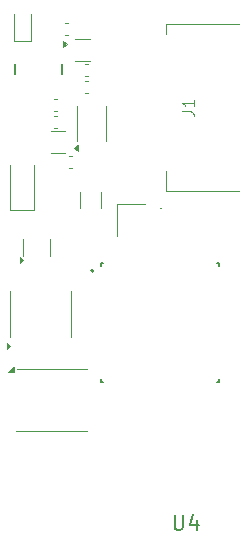
<source format=gto>
G04 #@! TF.GenerationSoftware,KiCad,Pcbnew,9.0.0+1*
G04 #@! TF.CreationDate,2025-04-14T19:52:18+02:00*
G04 #@! TF.ProjectId,P4_M.2_B+M-key,50345f4d-2e32-45f4-922b-4d2d6b65792e,rev?*
G04 #@! TF.SameCoordinates,Original*
G04 #@! TF.FileFunction,Legend,Top*
G04 #@! TF.FilePolarity,Positive*
%FSLAX46Y46*%
G04 Gerber Fmt 4.6, Leading zero omitted, Abs format (unit mm)*
G04 Created by KiCad (PCBNEW 9.0.0+1) date 2025-04-14 19:52:18*
%MOMM*%
%LPD*%
G01*
G04 APERTURE LIST*
%ADD10C,0.100000*%
%ADD11C,0.150000*%
%ADD12C,0.120000*%
%ADD13C,0.127000*%
%ADD14C,0.200000*%
G04 APERTURE END LIST*
D10*
X152257419Y-93433333D02*
X152971704Y-93433333D01*
X152971704Y-93433333D02*
X153114561Y-93480952D01*
X153114561Y-93480952D02*
X153209800Y-93576190D01*
X153209800Y-93576190D02*
X153257419Y-93719047D01*
X153257419Y-93719047D02*
X153257419Y-93814285D01*
X153257419Y-92433333D02*
X153257419Y-93004761D01*
X153257419Y-92719047D02*
X152257419Y-92719047D01*
X152257419Y-92719047D02*
X152400276Y-92814285D01*
X152400276Y-92814285D02*
X152495514Y-92909523D01*
X152495514Y-92909523D02*
X152543133Y-93004761D01*
D11*
X151633480Y-127613326D02*
X151633480Y-128641421D01*
X151633480Y-128641421D02*
X151693957Y-128762373D01*
X151693957Y-128762373D02*
X151754433Y-128822850D01*
X151754433Y-128822850D02*
X151875385Y-128883326D01*
X151875385Y-128883326D02*
X152117290Y-128883326D01*
X152117290Y-128883326D02*
X152238242Y-128822850D01*
X152238242Y-128822850D02*
X152298719Y-128762373D01*
X152298719Y-128762373D02*
X152359195Y-128641421D01*
X152359195Y-128641421D02*
X152359195Y-127613326D01*
X153508242Y-128036659D02*
X153508242Y-128883326D01*
X153205861Y-127552850D02*
X152903480Y-128459992D01*
X152903480Y-128459992D02*
X153689671Y-128459992D01*
D12*
G04 #@! TO.C,C33*
X141665580Y-93840000D02*
X141384420Y-93840000D01*
X141665580Y-94860000D02*
X141384420Y-94860000D01*
D10*
G04 #@! TO.C,J1*
X150900000Y-86000000D02*
X150900000Y-86900000D01*
X150900000Y-98500000D02*
X150900000Y-99700000D01*
X150900000Y-100200000D02*
X150900000Y-99700000D01*
X157100000Y-86000000D02*
X150900000Y-86000000D01*
X157100000Y-100200000D02*
X150900000Y-100200000D01*
D13*
G04 #@! TO.C,U2*
X145400000Y-106300000D02*
X145400000Y-106515000D01*
X145400000Y-116300000D02*
X145400000Y-116085000D01*
X145400000Y-116300000D02*
X145615000Y-116300000D01*
X145615000Y-106300000D02*
X145400000Y-106300000D01*
X155185000Y-116300000D02*
X155400000Y-116300000D01*
X155400000Y-106300000D02*
X155185000Y-106300000D01*
X155400000Y-106515000D02*
X155400000Y-106300000D01*
X155400000Y-116300000D02*
X155400000Y-116085000D01*
D14*
X144750000Y-106925000D02*
G75*
G02*
X144550000Y-106925000I-100000J0D01*
G01*
X144550000Y-106925000D02*
G75*
G02*
X144750000Y-106925000I100000J0D01*
G01*
D12*
G04 #@! TO.C,IC2*
X141800000Y-95090000D02*
X141200000Y-95090000D01*
X141800000Y-95090000D02*
X142400000Y-95090000D01*
X141800000Y-96960000D02*
X141200000Y-96960000D01*
X141800000Y-96960000D02*
X142400000Y-96960000D01*
X143440000Y-96765000D02*
X143110000Y-96525000D01*
X143440000Y-96285000D01*
X143440000Y-96765000D01*
G36*
X143440000Y-96765000D02*
G01*
X143110000Y-96525000D01*
X143440000Y-96285000D01*
X143440000Y-96765000D01*
G37*
G04 #@! TO.C,L2*
X143340000Y-92940000D02*
X143340000Y-95960000D01*
X145860000Y-92940000D02*
X145860000Y-95960000D01*
G04 #@! TO.C,D3*
X138015000Y-85150000D02*
X138015000Y-87435000D01*
X138015000Y-87435000D02*
X139485000Y-87435000D01*
X139485000Y-87435000D02*
X139485000Y-85150000D01*
G04 #@! TO.C,C37*
X142940580Y-97240000D02*
X142659420Y-97240000D01*
X142940580Y-98260000D02*
X142659420Y-98260000D01*
G04 #@! TO.C,Y1*
X143625000Y-100275000D02*
X143625000Y-101625000D01*
X145375000Y-100275000D02*
X145375000Y-101625000D01*
G04 #@! TO.C,C46*
X144059420Y-90890000D02*
X144340580Y-90890000D01*
X144059420Y-91910000D02*
X144340580Y-91910000D01*
G04 #@! TO.C,C34*
X141665580Y-92365000D02*
X141384420Y-92365000D01*
X141665580Y-93385000D02*
X141384420Y-93385000D01*
D13*
G04 #@! TO.C,L1*
X138138100Y-90263600D02*
X138138100Y-89403600D01*
X142138100Y-90263600D02*
X142138100Y-89403600D01*
D12*
G04 #@! TO.C,IC1*
X138212500Y-120455000D02*
X144212500Y-120455000D01*
X138252500Y-115235000D02*
X144212500Y-115235000D01*
X138012500Y-115535000D02*
X137532500Y-115535000D01*
X138012500Y-115055000D01*
X138012500Y-115535000D01*
G36*
X138012500Y-115535000D02*
G01*
X137532500Y-115535000D01*
X138012500Y-115055000D01*
X138012500Y-115535000D01*
G37*
G04 #@! TO.C,Y2*
X146800000Y-101300000D02*
X146800000Y-104000000D01*
X149100000Y-101300000D02*
X146800000Y-101300000D01*
G04 #@! TO.C,IC4*
X143838100Y-87298600D02*
X143238100Y-87298600D01*
X143838100Y-87298600D02*
X144438100Y-87298600D01*
X143838100Y-89168600D02*
X143238100Y-89168600D01*
X143838100Y-89168600D02*
X144438100Y-89168600D01*
X142528100Y-87733600D02*
X142198100Y-87973600D01*
X142198100Y-87493600D01*
X142528100Y-87733600D01*
G36*
X142528100Y-87733600D02*
G01*
X142198100Y-87973600D01*
X142198100Y-87493600D01*
X142528100Y-87733600D01*
G37*
G04 #@! TO.C,C49*
X142359420Y-85940000D02*
X142640580Y-85940000D01*
X142359420Y-86960000D02*
X142640580Y-86960000D01*
G04 #@! TO.C,Q2*
X138790000Y-105652500D02*
X138790000Y-104242500D01*
X141110000Y-105642500D02*
X141110000Y-104242500D01*
X138840000Y-106022500D02*
X138510000Y-106262500D01*
X138510000Y-105782500D01*
X138840000Y-106022500D01*
G36*
X138840000Y-106022500D02*
G01*
X138510000Y-106262500D01*
X138510000Y-105782500D01*
X138840000Y-106022500D01*
G37*
G04 #@! TO.C,D2*
X137700000Y-101810000D02*
X137700000Y-97950000D01*
X137700000Y-101810000D02*
X139700000Y-101810000D01*
X139700000Y-101810000D02*
X139700000Y-97950000D01*
G04 #@! TO.C,U5*
X137740000Y-110600000D02*
X137740000Y-108650000D01*
X137740000Y-110600000D02*
X137740000Y-112550000D01*
X142860000Y-110600000D02*
X142860000Y-108650000D01*
X142860000Y-110600000D02*
X142860000Y-112550000D01*
X137740000Y-113312500D02*
X137410000Y-113552500D01*
X137410000Y-113072500D01*
X137740000Y-113312500D01*
G36*
X137740000Y-113312500D02*
G01*
X137410000Y-113552500D01*
X137410000Y-113072500D01*
X137740000Y-113312500D01*
G37*
D10*
G04 #@! TO.C,D1*
X150550000Y-101625000D02*
G75*
G02*
X150450000Y-101625000I-50000J0D01*
G01*
X150450000Y-101625000D02*
G75*
G02*
X150550000Y-101625000I50000J0D01*
G01*
D12*
G04 #@! TO.C,C47*
X144034420Y-89415000D02*
X144315580Y-89415000D01*
X144034420Y-90435000D02*
X144315580Y-90435000D01*
G04 #@! TD*
M02*

</source>
